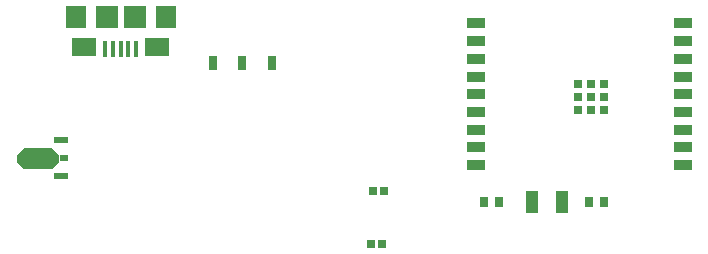
<source format=gtp>
G04*
G04 #@! TF.GenerationSoftware,Altium Limited,Altium Designer,20.0.2 (26)*
G04*
G04 Layer_Color=8421504*
%FSLAX25Y25*%
%MOIN*%
G70*
G01*
G75*
%ADD17R,0.05118X0.02362*%
%ADD18R,0.03150X0.02362*%
%ADD19R,0.01575X0.05315*%
%ADD20R,0.08268X0.06299*%
%ADD21R,0.07087X0.07480*%
%ADD22R,0.07480X0.07480*%
%ADD23R,0.02756X0.04724*%
%ADD24R,0.05906X0.03543*%
%ADD25R,0.02756X0.02756*%
%ADD26R,0.02717X0.02835*%
%ADD27R,0.02717X0.02835*%
%ADD28R,0.02953X0.03347*%
%ADD29R,0.04331X0.07480*%
G36*
X190512Y448681D02*
Y446319D01*
X188150Y443957D01*
X178701D01*
X176339Y446319D01*
Y448681D01*
X178701Y451043D01*
X188150D01*
X190512Y448681D01*
D02*
G37*
D17*
X191102Y441595D02*
D03*
Y453406D02*
D03*
D18*
X192087Y447500D02*
D03*
D19*
X210961Y483968D02*
D03*
X213520D02*
D03*
X208402D02*
D03*
X216079D02*
D03*
X205842D02*
D03*
D20*
X223165Y484461D02*
D03*
X198756D02*
D03*
D21*
X225921Y494500D02*
D03*
X196000D02*
D03*
D22*
X215685D02*
D03*
X206236D02*
D03*
D23*
X261343Y479205D02*
D03*
X251500D02*
D03*
X241657D02*
D03*
D24*
X329441Y492410D02*
D03*
Y486504D02*
D03*
Y480598D02*
D03*
Y474693D02*
D03*
Y468787D02*
D03*
Y462882D02*
D03*
Y456976D02*
D03*
Y451071D02*
D03*
Y445165D02*
D03*
X398339D02*
D03*
Y451071D02*
D03*
Y456976D02*
D03*
Y462882D02*
D03*
Y468787D02*
D03*
Y474693D02*
D03*
Y480598D02*
D03*
Y486504D02*
D03*
Y492410D02*
D03*
D25*
X367669Y468000D02*
D03*
X372000D02*
D03*
Y472331D02*
D03*
X367669D02*
D03*
X363339D02*
D03*
Y468000D02*
D03*
Y463669D02*
D03*
X367669D02*
D03*
X372000D02*
D03*
D26*
X294500Y419000D02*
D03*
X298122D02*
D03*
D27*
X295000Y436500D02*
D03*
X298858D02*
D03*
D28*
X371921Y433000D02*
D03*
X367000D02*
D03*
X332039D02*
D03*
X336961D02*
D03*
D29*
X357921D02*
D03*
X348079D02*
D03*
M02*

</source>
